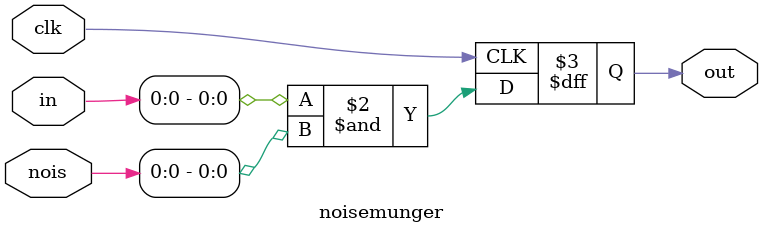
<source format=v>

module noisemunger(clk, nois, in, out);
  input [0:0] clk;
  input [3:0] nois;
  input [7:0] in;
  output [0:0] out;
  always @(posedge clk) begin
    out <= in[0] & nois[0];
  end
endmodule


</source>
